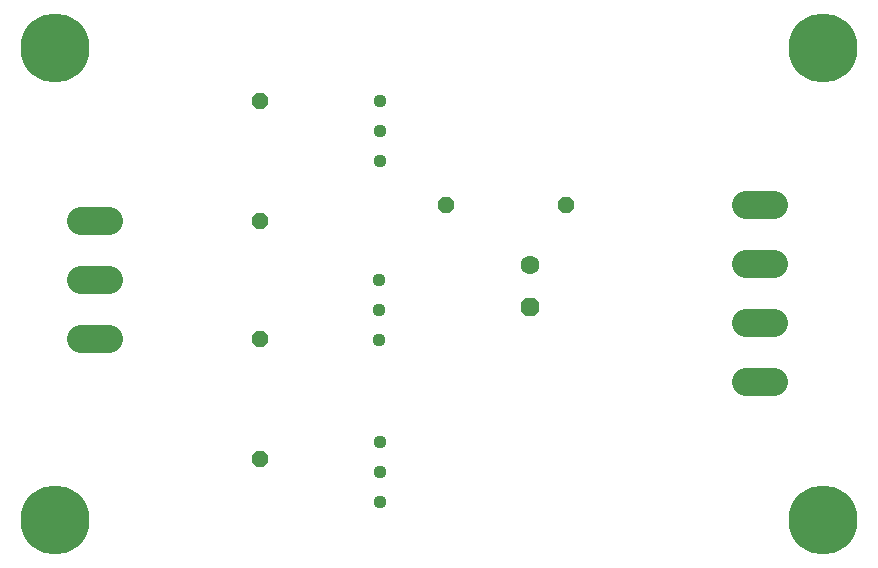
<source format=gbr>
G04 EAGLE Gerber X2 export*
%TF.Part,Single*%
%TF.FileFunction,Copper,L1,Top,Mixed*%
%TF.FilePolarity,Positive*%
%TF.GenerationSoftware,Autodesk,EAGLE,9.0.0*%
%TF.CreationDate,2023-01-31T01:08:40Z*%
G75*
%MOMM*%
%FSLAX34Y34*%
%LPD*%
%AMOC8*
5,1,8,0,0,1.08239X$1,22.5*%
G01*
%ADD10P,1.732040X8X292.500000*%
%ADD11C,1.600200*%
%ADD12C,1.117600*%
%ADD13P,1.429621X8X112.500000*%
%ADD14P,1.429621X8X202.500000*%
%ADD15C,2.400000*%
%ADD16C,5.842000*%


D10*
X451600Y229920D03*
D11*
X451600Y265480D03*
D12*
X324600Y354300D03*
X324600Y379700D03*
X324600Y405100D03*
D13*
X223000Y101300D03*
X223000Y202900D03*
D14*
X482000Y316900D03*
X380400Y316900D03*
D12*
X324600Y64900D03*
X324600Y90300D03*
X324600Y115700D03*
X323600Y202600D03*
X323600Y228000D03*
X323600Y253400D03*
D13*
X223000Y303500D03*
X223000Y405100D03*
D15*
X634800Y166900D02*
X658800Y166900D01*
X658800Y216900D02*
X634800Y216900D01*
X634800Y266900D02*
X658800Y266900D01*
X658800Y316900D02*
X634800Y316900D01*
X95300Y303100D02*
X71300Y303100D01*
X71300Y253100D02*
X95300Y253100D01*
X95300Y203100D02*
X71300Y203100D01*
D16*
X700000Y50000D03*
X700000Y450000D03*
X50000Y450000D03*
X50000Y50000D03*
M02*

</source>
